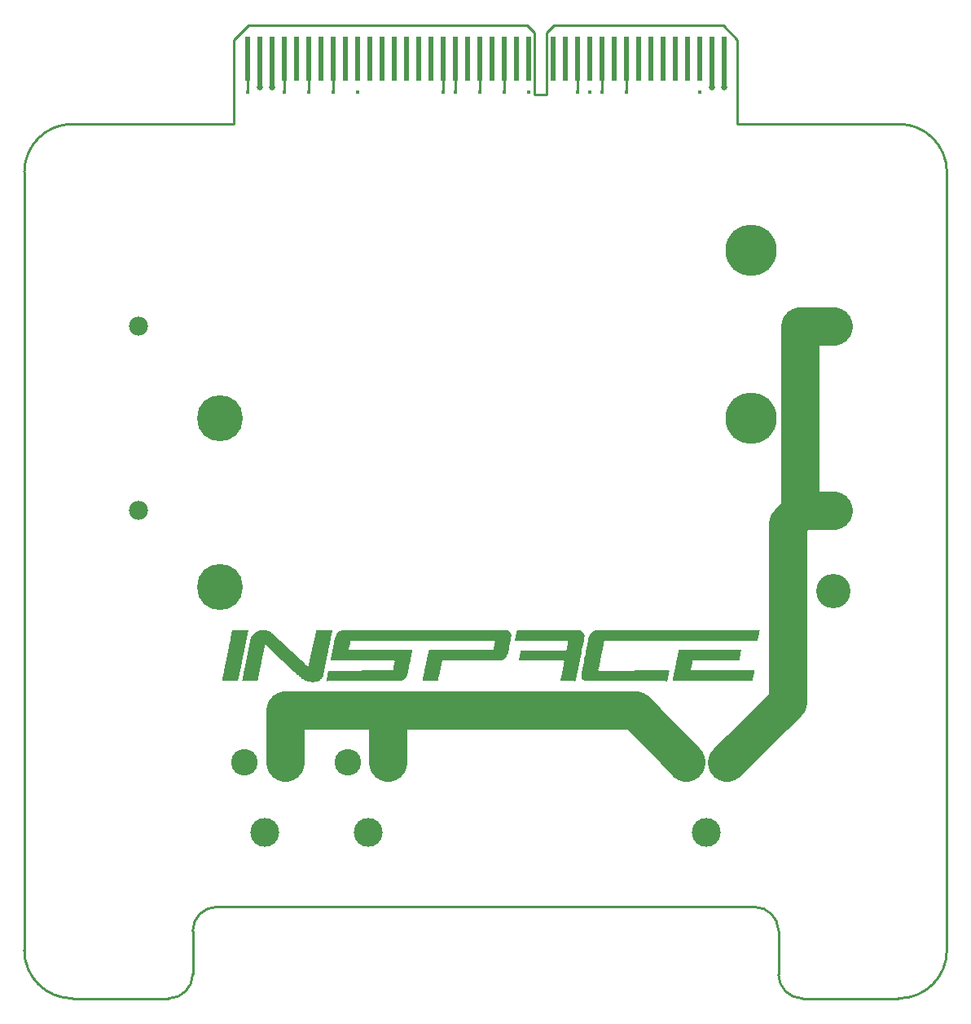
<source format=gbr>
%TF.GenerationSoftware,Altium Limited,Altium Designer,22.11.1 (43)*%
G04 Layer_Physical_Order=1*
G04 Layer_Color=255*
%FSLAX45Y45*%
%MOMM*%
%TF.SameCoordinates,CC3570FD-A2D7-4FBA-AFAC-830B96578B4B*%
%TF.FilePolarity,Positive*%
%TF.FileFunction,Copper,L1,Top,Signal*%
%TF.Part,Single*%
G01*
G75*
%TA.AperFunction,SMDPad,CuDef*%
%ADD10R,0.53000X4.57200*%
%TA.AperFunction,Conductor*%
%ADD11C,4.00000*%
%ADD12C,0.29300*%
%ADD13C,0.50000*%
%TA.AperFunction,NonConductor*%
%ADD14C,0.25400*%
%TA.AperFunction,ComponentPad*%
%ADD15C,3.00000*%
%ADD16R,2.75000X2.75000*%
%ADD17C,2.75000*%
%ADD18C,1.98000*%
%ADD19C,3.57000*%
%ADD20C,5.32500*%
%ADD21C,4.77000*%
%TA.AperFunction,ViaPad*%
%ADD22C,0.44400*%
%ADD23C,0.63500*%
G36*
X3200464Y3824363D02*
X3198838Y3806479D01*
X3195586Y3798349D01*
X3192334Y3778838D01*
X3189896Y3766644D01*
X3188270Y3760140D01*
X3185831Y3751198D01*
X3183392Y3732500D01*
X3181766Y3725996D01*
X3179327Y3717054D01*
X3177701Y3710550D01*
X3175263Y3691853D01*
X3172824Y3682910D01*
X3169572Y3669903D01*
X3167946Y3653644D01*
X3166320Y3648766D01*
X3163068Y3637385D01*
X3161442Y3626004D01*
X3159004Y3612184D01*
X3156565Y3603241D01*
X3154939Y3596738D01*
X3153313Y3585356D01*
X3150874Y3571536D01*
X3146809Y3557716D01*
X3144370Y3539018D01*
X3142745Y3532514D01*
X3140306Y3523572D01*
X3138680Y3517068D01*
X3136241Y3498370D01*
X3134615Y3491867D01*
X3132176Y3482924D01*
X3130550Y3476421D01*
X3128924Y3460162D01*
X3127299Y3455284D01*
X3124047Y3443903D01*
X3122421Y3432522D01*
X3119982Y3418702D01*
X3117543Y3409759D01*
X3115917Y3403256D01*
X3114291Y3391874D01*
X3111853Y3378054D01*
X3109414Y3369112D01*
X3107788Y3362608D01*
X3105349Y3348788D01*
X3099658Y3338219D01*
X3094780Y3330090D01*
X3091529Y3326838D01*
X3089903Y3323586D01*
X3079334Y3313018D01*
X3076083Y3311392D01*
X3074457Y3308140D01*
X3063075Y3301637D01*
X3041939Y3291881D01*
X3035435Y3290256D01*
X3019989Y3287817D01*
X2998039Y3285378D01*
X2970399Y3287004D01*
X2965522Y3288630D01*
X2949263Y3290256D01*
X2938694Y3294320D01*
X2931378Y3296759D01*
X2920809Y3300824D01*
X2913493Y3304888D01*
X2902112Y3311392D01*
X2890730Y3319522D01*
X2881788Y3326838D01*
X2879349Y3329277D01*
X2876097Y3330903D01*
X2869593Y3337407D01*
X2866342Y3339032D01*
X2853334Y3352040D01*
X2850083Y3353666D01*
X2843579Y3360169D01*
X2840327Y3361795D01*
X2832198Y3369924D01*
X2828946Y3371551D01*
X2822442Y3378054D01*
X2819191Y3379680D01*
X2817565Y3382932D01*
X2814313Y3384558D01*
X2807809Y3391061D01*
X2804558Y3392687D01*
X2798054Y3399191D01*
X2794802Y3400817D01*
X2783421Y3412198D01*
X2780169Y3413824D01*
X2770414Y3423579D01*
X2767162Y3425205D01*
X2752529Y3439838D01*
X2749277Y3441464D01*
X2746025Y3446342D01*
X2742773Y3447968D01*
X2720011Y3470730D01*
X2717572Y3471543D01*
X2715946Y3474795D01*
X2713507Y3477234D01*
X2710255Y3478860D01*
X2707817Y3481299D01*
X2707003Y3483738D01*
X2703752Y3485363D01*
X2680989Y3508126D01*
X2677737Y3509752D01*
X2650097Y3537392D01*
X2646845Y3539018D01*
X2635464Y3550399D01*
X2633025Y3551212D01*
X2631399Y3554464D01*
X2625708Y3558529D01*
X2611076Y3573162D01*
X2608637Y3573975D01*
X2607011Y3577227D01*
X2596442Y3587795D01*
X2594003Y3588608D01*
X2592378Y3591860D01*
X2588313Y3595924D01*
X2585874Y3596738D01*
X2584248Y3599989D01*
X2581809Y3602428D01*
X2578557Y3604054D01*
X2576119Y3606493D01*
X2574493Y3609745D01*
X2569615Y3612997D01*
X2567989Y3616248D01*
X2565550Y3618687D01*
X2562298Y3620313D01*
X2557421Y3626817D01*
X2554169Y3628443D01*
X2550917Y3633320D01*
X2547665Y3634946D01*
X2545227Y3637385D01*
X2543601Y3640637D01*
X2537910Y3644702D01*
X2534658Y3649579D01*
X2531406Y3651205D01*
X2528968Y3653644D01*
X2527342Y3656896D01*
X2522464Y3660148D01*
X2520838Y3663399D01*
X2515147Y3667464D01*
X2511896Y3672342D01*
X2508644Y3673968D01*
X2505392Y3677219D01*
X2499701Y3676406D01*
X2497262Y3656083D01*
X2495637Y3647953D01*
X2493198Y3639011D01*
X2491572Y3632507D01*
X2487507Y3607306D01*
X2485068Y3598363D01*
X2483442Y3591860D01*
X2479378Y3568284D01*
X2476939Y3559342D01*
X2475313Y3552838D01*
X2472874Y3534140D01*
X2471248Y3527637D01*
X2468809Y3518694D01*
X2467184Y3512191D01*
X2464745Y3493493D01*
X2460680Y3479673D01*
X2459054Y3468292D01*
X2457428Y3455284D01*
X2455802Y3450407D01*
X2452550Y3439025D01*
X2450924Y3422766D01*
X2449299Y3416263D01*
X2446047Y3404881D01*
X2444421Y3398378D01*
X2440356Y3374802D01*
X2437104Y3361795D01*
X2433852Y3340658D01*
X2432227Y3334155D01*
X2429788Y3325212D01*
X2428162Y3313831D01*
X2425723Y3300011D01*
X2420845Y3295133D01*
X2268824Y3294320D01*
X2265572Y3295946D01*
X2263946Y3302450D01*
X2266385Y3313018D01*
X2268011Y3319522D01*
X2270450Y3328464D01*
X2272075Y3344723D01*
X2275327Y3357730D01*
X2278579Y3369112D01*
X2281018Y3387809D01*
X2285896Y3407320D01*
X2289960Y3434148D01*
X2293212Y3442277D01*
X2294838Y3458536D01*
X2296464Y3465040D01*
X2298090Y3474795D01*
X2301342Y3482924D01*
X2302968Y3499184D01*
X2307032Y3516255D01*
X2308658Y3522759D01*
X2310284Y3530889D01*
X2311910Y3543896D01*
X2313536Y3552025D01*
X2315975Y3560968D01*
X2317601Y3567471D01*
X2319227Y3583730D01*
X2320852Y3590234D01*
X2324104Y3601615D01*
X2325730Y3608119D01*
X2328169Y3626817D01*
X2329795Y3633320D01*
X2332234Y3642263D01*
X2333860Y3648766D01*
X2336299Y3667464D01*
X2338737Y3676406D01*
X2340363Y3682910D01*
X2341989Y3694291D01*
X2344428Y3708111D01*
X2346867Y3717054D01*
X2348493Y3723558D01*
X2351745Y3738191D01*
X2358248Y3752824D01*
X2359874Y3756076D01*
X2363126Y3759328D01*
X2369629Y3770709D01*
X2372881Y3773960D01*
X2376946Y3781277D01*
X2380198Y3782903D01*
X2384262Y3788594D01*
X2394018Y3796723D01*
X2406212Y3805665D01*
X2411090Y3807291D01*
X2414342Y3810543D01*
X2422471Y3813795D01*
X2428975Y3815421D01*
X2432227Y3818673D01*
X2438730Y3820299D01*
X2457428Y3824363D01*
X2466370Y3826802D01*
X2489946Y3827615D01*
X2506205Y3825989D01*
X2515147Y3823550D01*
X2534658Y3818673D01*
X2542788Y3813795D01*
X2549291Y3812169D01*
X2554169Y3807291D01*
X2562298Y3802414D01*
X2567176Y3797536D01*
X2570428Y3795910D01*
X2576932Y3789406D01*
X2580183Y3787781D01*
X2594817Y3773148D01*
X2598068Y3771522D01*
X2619205Y3750385D01*
X2622457Y3748759D01*
X2625708Y3743881D01*
X2628960Y3742255D01*
X2643593Y3727622D01*
X2646845Y3725996D01*
X2661478Y3711363D01*
X2664730Y3709738D01*
X2672860Y3701608D01*
X2675298Y3700795D01*
X2676924Y3697543D01*
X2682615Y3693479D01*
X2697248Y3678845D01*
X2699687Y3678033D01*
X2701313Y3674781D01*
X2707003Y3670716D01*
X2721637Y3656083D01*
X2724888Y3654457D01*
X2728140Y3649579D01*
X2731392Y3647953D01*
X2746025Y3633320D01*
X2749277Y3631694D01*
X2757406Y3623565D01*
X2760658Y3621939D01*
X2780169Y3602428D01*
X2783421Y3600802D01*
X2798054Y3586169D01*
X2801306Y3584543D01*
X2804558Y3579665D01*
X2806183D01*
X2806996Y3578853D01*
X2828946Y3556903D01*
X2832198Y3555277D01*
X2846831Y3540644D01*
X2850083Y3539018D01*
X2864716Y3524385D01*
X2867968Y3522759D01*
X2882601Y3508126D01*
X2885852Y3506500D01*
X2906989Y3485363D01*
X2910241Y3483738D01*
X2912680Y3481299D01*
X2913493Y3478860D01*
X2916744Y3477234D01*
X2931378Y3462601D01*
X2934629Y3460975D01*
X2943572Y3452032D01*
X2944385Y3449594D01*
X2950888Y3451219D01*
X2953327Y3460162D01*
X2956579Y3471543D01*
X2958205Y3478047D01*
X2960644Y3493493D01*
X2962270Y3499997D01*
X2964709Y3507313D01*
X2966334Y3518694D01*
X2970399Y3535766D01*
X2972838Y3544709D01*
X2974464Y3556090D01*
X2976090Y3565845D01*
X2979342Y3573975D01*
X2980968Y3585356D01*
X2982593Y3591860D01*
X2985032Y3604054D01*
X2987471Y3612997D01*
X2989097Y3619500D01*
X2991536Y3634946D01*
X2993162Y3641450D01*
X2995601Y3650392D01*
X2997227Y3656896D01*
X2999665Y3672342D01*
X3003730Y3686162D01*
X3005356Y3697543D01*
X3008608Y3712176D01*
X3010234Y3717054D01*
X3011860Y3723558D01*
X3013485Y3734939D01*
X3015924Y3745507D01*
X3019989Y3759328D01*
X3023241Y3780464D01*
X3024867Y3785342D01*
X3028119Y3796723D01*
X3030558Y3813795D01*
X3033809Y3821925D01*
X3038687Y3826802D01*
X3195586Y3827615D01*
X3200464Y3824363D01*
D02*
G37*
G36*
X4256486Y3826802D02*
X5012529Y3825176D01*
X5020658Y3821925D01*
X5031226Y3819486D01*
X5035291Y3815421D01*
X5038543Y3813795D01*
X5044234Y3809730D01*
X5045860Y3806479D01*
X5049111Y3804853D01*
X5055615Y3793471D01*
X5057241Y3788594D01*
X5060493Y3769083D01*
X5058867Y3739816D01*
X5057241Y3734939D01*
X5054802Y3719493D01*
X5052363Y3710550D01*
X5050737Y3704047D01*
X5048299Y3685349D01*
X5045860Y3676406D01*
X5042608Y3663399D01*
X5040169Y3644702D01*
X5037730Y3635759D01*
X5036104Y3629255D01*
X5034478Y3617874D01*
X5032039Y3604054D01*
X5029601Y3595112D01*
X5026349Y3582104D01*
X5024723Y3573975D01*
X5013342Y3552838D01*
X5005212Y3541457D01*
X4994644Y3530889D01*
X4991392Y3529263D01*
X4986514Y3524385D01*
X4981636Y3522759D01*
X4971881Y3516255D01*
X4962939Y3513817D01*
X4960500Y3511378D01*
X4953996Y3509752D01*
X4942615Y3508126D01*
X4342658Y3506500D01*
X4340219Y3504061D01*
X4337781Y3485363D01*
X4333716Y3471543D01*
X4332090Y3460162D01*
X4329651Y3446342D01*
X4327212Y3437399D01*
X4325586Y3430896D01*
X4323960Y3419514D01*
X4321521Y3407320D01*
X4319083Y3398378D01*
X4317457Y3391874D01*
X4315831Y3375615D01*
X4312579Y3364234D01*
X4309327Y3351227D01*
X4305262Y3327651D01*
X4302824Y3318709D01*
X4301198Y3312205D01*
X4299572Y3299198D01*
X4295507Y3295133D01*
X4143485Y3294320D01*
X4138608Y3297572D01*
X4140234Y3312205D01*
X4141860Y3317083D01*
X4143485Y3323586D01*
X4145111Y3334968D01*
X4147550Y3347162D01*
X4149176Y3353666D01*
X4151615Y3362608D01*
X4154054Y3381306D01*
X4155680Y3387809D01*
X4158119Y3396752D01*
X4159745Y3403256D01*
X4162183Y3421953D01*
X4163809Y3428457D01*
X4166248Y3437399D01*
X4167874Y3443903D01*
X4170313Y3462601D01*
X4172752Y3471543D01*
X4174378Y3478047D01*
X4176004Y3489428D01*
X4178442Y3501622D01*
X4180068Y3508126D01*
X4182507Y3517068D01*
X4184133Y3533327D01*
X4185759Y3539831D01*
X4189011Y3551212D01*
X4190637Y3557716D01*
X4194701Y3581292D01*
X4197140Y3590234D01*
X4198766Y3596738D01*
X4201205Y3615435D01*
X4209334Y3618687D01*
X4871075Y3620313D01*
X4873514Y3622752D01*
X4876766Y3635759D01*
X4878392Y3647140D01*
X4882457Y3664212D01*
X4884083Y3670716D01*
X4885709Y3678845D01*
X4887334Y3691853D01*
X4888960Y3698356D01*
X4891399Y3705673D01*
X4889773Y3715428D01*
X4230471Y3716241D01*
X4225594Y3714615D01*
X4219090Y3716241D01*
X4020730D01*
X3391507Y3714615D01*
X3389068Y3712176D01*
X3387442Y3700795D01*
X3383378Y3683723D01*
X3380939Y3674781D01*
X3378500Y3657709D01*
X3376874Y3651205D01*
X3374435Y3642263D01*
X3372809Y3635759D01*
X3371996Y3621939D01*
X3375248Y3618687D01*
X4032111Y3617061D01*
X4032924Y3608119D01*
X4029673Y3599989D01*
X4028047Y3593486D01*
X4025608Y3574788D01*
X4023169Y3565845D01*
X4019917Y3552838D01*
X4018291Y3536579D01*
X4016665Y3531702D01*
X4013414Y3520320D01*
X4011788Y3504061D01*
X4010162Y3497558D01*
X4006910Y3486176D01*
X4005284Y3479673D01*
X4001219Y3454471D01*
X3998780Y3445529D01*
X3997155Y3439025D01*
X3994716Y3421953D01*
X3989838Y3402443D01*
X3986586Y3381306D01*
X3980896Y3362608D01*
X3978457Y3353666D01*
X3974392Y3346349D01*
X3971140Y3338219D01*
X3966263Y3333342D01*
X3961385Y3325212D01*
X3949190Y3313018D01*
X3945939Y3311392D01*
X3941061Y3306514D01*
X3932119Y3304076D01*
X3924802Y3300011D01*
X3918298Y3298385D01*
X3902852Y3295946D01*
X3148435Y3294320D01*
X3142745Y3293507D01*
X3138680Y3297572D01*
X3140306Y3313831D01*
X3143558Y3321961D01*
X3146809Y3344723D01*
X3149248Y3353666D01*
X3152500Y3366673D01*
X3155752Y3387809D01*
X3160629Y3400817D01*
X3163881Y3404068D01*
X3170385Y3405694D01*
X3175263Y3404068D01*
X3828874Y3405694D01*
X3831313Y3408133D01*
X3832939Y3419514D01*
X3835378Y3431709D01*
X3837817Y3440651D01*
X3839442Y3447155D01*
X3841881Y3465853D01*
X3844320Y3474795D01*
X3847572Y3487802D01*
X3849198Y3505687D01*
X3846759Y3508126D01*
X3183392Y3509752D01*
X3182579Y3518694D01*
X3184205Y3523572D01*
X3186644Y3540644D01*
X3188270Y3547148D01*
X3190709Y3556090D01*
X3192334Y3567471D01*
X3194773Y3581292D01*
X3196399Y3587795D01*
X3198838Y3596738D01*
X3200464Y3608119D01*
X3202903Y3621939D01*
X3205342Y3630881D01*
X3206968Y3637385D01*
X3208594Y3648766D01*
X3210219Y3661773D01*
X3213471Y3669903D01*
X3215097Y3681284D01*
X3216723Y3687788D01*
X3218349Y3702421D01*
X3221601Y3710550D01*
X3224853Y3733313D01*
X3227291Y3742255D01*
X3231356Y3756076D01*
X3233795Y3765018D01*
X3236234Y3767457D01*
X3239486Y3775586D01*
X3241111Y3778838D01*
X3245989Y3783716D01*
X3247615Y3786968D01*
X3254932Y3795910D01*
X3264687Y3805665D01*
X3267939Y3807291D01*
X3272816Y3812169D01*
X3280946Y3815421D01*
X3284198Y3818673D01*
X3297205Y3821925D01*
X3306147Y3824363D01*
X3315903Y3825989D01*
X4241040Y3827615D01*
X4251608Y3828428D01*
X4256486Y3826802D01*
D02*
G37*
G36*
X2325730Y3825989D02*
X2327356Y3819486D01*
X2325730Y3812982D01*
X2324104Y3799975D01*
X2320852Y3791845D01*
X2317601Y3769083D01*
X2315975Y3762579D01*
X2312723Y3751198D01*
X2311097Y3739816D01*
X2308658Y3725996D01*
X2307032Y3719493D01*
X2304594Y3710550D01*
X2302968Y3699169D01*
X2300529Y3685349D01*
X2298090Y3676406D01*
X2296464Y3669903D01*
X2294838Y3658522D01*
X2292399Y3646327D01*
X2290773Y3639824D01*
X2288335Y3630881D01*
X2285896Y3612184D01*
X2284270Y3605680D01*
X2281831Y3596738D01*
X2280205Y3590234D01*
X2277766Y3571536D01*
X2273701Y3557716D01*
X2272075Y3546335D01*
X2269637Y3532514D01*
X2268011Y3526011D01*
X2265572Y3517068D01*
X2263946Y3505687D01*
X2261507Y3491867D01*
X2259068Y3482924D01*
X2257443Y3476421D01*
X2255816Y3465040D01*
X2253378Y3452845D01*
X2251752Y3446342D01*
X2249313Y3437399D01*
X2246874Y3418702D01*
X2245248Y3412198D01*
X2242809Y3403256D01*
X2241183Y3396752D01*
X2238745Y3378054D01*
X2236306Y3369112D01*
X2233054Y3356104D01*
X2231428Y3339845D01*
X2229802Y3334968D01*
X2226550Y3323586D01*
X2223299Y3300824D01*
X2217608Y3295133D01*
X2059083Y3294320D01*
X2055831Y3295946D01*
X2054205Y3302450D01*
X2055831Y3308953D01*
X2057457Y3313831D01*
X2060709Y3326838D01*
X2062334Y3343097D01*
X2063960Y3347975D01*
X2067212Y3359356D01*
X2068838Y3370737D01*
X2071277Y3384558D01*
X2072090Y3385371D01*
X2073716Y3395126D01*
X2075342Y3400004D01*
X2079407Y3425205D01*
X2081845Y3434148D01*
X2083471Y3440651D01*
X2087536Y3464227D01*
X2089975Y3473169D01*
X2091601Y3479673D01*
X2094039Y3498370D01*
X2095665Y3504874D01*
X2098104Y3513817D01*
X2099730Y3520320D01*
X2102169Y3539018D01*
X2106234Y3552838D01*
X2107860Y3564219D01*
X2110299Y3578040D01*
X2111924Y3584543D01*
X2114363Y3593486D01*
X2118428Y3618687D01*
X2120867Y3627630D01*
X2122493Y3634133D01*
X2126558Y3657709D01*
X2129809Y3670716D01*
X2133061Y3691853D01*
X2134687Y3698356D01*
X2137126Y3707299D01*
X2138752Y3713802D01*
X2141191Y3732500D01*
X2145255Y3746320D01*
X2146881Y3757701D01*
X2148507Y3770709D01*
X2150133Y3775586D01*
X2153385Y3786968D01*
X2155011Y3798349D01*
X2157450Y3812169D01*
X2162327Y3825176D01*
X2167205Y3826802D01*
X2325730Y3825989D01*
D02*
G37*
G36*
X5755565Y3825176D02*
X5763694Y3821925D01*
X5776701Y3820299D01*
X5797838Y3808917D01*
X5801090Y3805665D01*
X5804342Y3804040D01*
X5814910Y3793471D01*
X5816536Y3786968D01*
X5819788Y3783716D01*
X5821414Y3777212D01*
X5823039Y3765831D01*
X5821414Y3739816D01*
X5818162Y3731687D01*
X5815723Y3721119D01*
X5814097Y3708111D01*
X5812471Y3698356D01*
X5808406Y3684536D01*
X5806780Y3673155D01*
X5804342Y3659335D01*
X5801903Y3650392D01*
X5800277Y3643889D01*
X5796212Y3620313D01*
X5792960Y3607306D01*
X5791334Y3597550D01*
X5788083Y3579665D01*
X5785644Y3570723D01*
X5784018Y3564219D01*
X5781579Y3545522D01*
X5779140Y3536579D01*
X5775888Y3523572D01*
X5773449Y3504874D01*
X5769385Y3491054D01*
X5767759Y3474795D01*
X5766133Y3468292D01*
X5762881Y3456910D01*
X5761255Y3450407D01*
X5759629Y3434148D01*
X5758003Y3427644D01*
X5754752Y3416263D01*
X5753126Y3409759D01*
X5750687Y3392687D01*
X5749061Y3386183D01*
X5746622Y3377241D01*
X5744996Y3370737D01*
X5742557Y3352040D01*
X5740932Y3345536D01*
X5738493Y3336594D01*
X5736867Y3330090D01*
X5734428Y3311392D01*
X5729550Y3298385D01*
X5726298Y3295133D01*
X5719795Y3293507D01*
X5714917Y3295133D01*
X5577529Y3294320D01*
X5572651Y3297572D01*
X5574277Y3320334D01*
X5577529Y3328464D01*
X5579154Y3334968D01*
X5580781Y3346349D01*
X5583219Y3360169D01*
X5585658Y3369112D01*
X5587284Y3375615D01*
X5591349Y3399191D01*
X5593788Y3408133D01*
X5595413Y3414637D01*
X5597852Y3431709D01*
X5602730Y3451219D01*
X5605982Y3472356D01*
X5607608Y3478860D01*
X5610047Y3487802D01*
X5611673Y3499184D01*
X5613298Y3504061D01*
X5609234Y3508126D01*
X5140975Y3509752D01*
X5138536Y3513817D01*
X5141788Y3521946D01*
X5143414Y3528450D01*
X5145852Y3547148D01*
X5149917Y3560968D01*
X5151543Y3572349D01*
X5153982Y3586169D01*
X5156421Y3595112D01*
X5159672Y3608119D01*
X5163737Y3612184D01*
X5179996Y3610558D01*
X5621428Y3611370D01*
X5630371Y3610558D01*
X5634435Y3612997D01*
X5638500Y3631694D01*
X5641752Y3644702D01*
X5643378Y3657709D01*
X5645003Y3667464D01*
X5646629Y3673968D01*
X5649068Y3682910D01*
X5650694Y3694291D01*
X5652320Y3707299D01*
X5649881Y3711363D01*
X5638500Y3714615D01*
X5100327Y3716241D01*
X5097888Y3718680D01*
X5099514Y3733313D01*
X5101140Y3738191D01*
X5104392Y3751198D01*
X5106831Y3769896D01*
X5109270Y3778838D01*
X5110896Y3785342D01*
X5112521Y3796723D01*
X5114960Y3810543D01*
X5119838Y3823550D01*
X5121464Y3826802D01*
X5544198D01*
X5755565Y3825176D01*
D02*
G37*
G36*
X7448126Y3617061D02*
X7448939Y3609745D01*
X7447313Y3604867D01*
X7445687Y3598363D01*
X7444061Y3580478D01*
X7440809Y3572349D01*
X7439183Y3560968D01*
X7437557Y3554464D01*
X7435932Y3539831D01*
X7432680Y3531702D01*
X7431054Y3520320D01*
X7429428Y3510565D01*
X7422111Y3508126D01*
X6947349Y3506500D01*
X6944910Y3497558D01*
X6942471Y3486989D01*
X6940032Y3478047D01*
X6938406Y3466666D01*
X6935968Y3454471D01*
X6934341Y3447968D01*
X6931903Y3439025D01*
X6928651Y3416263D01*
X6932716Y3412198D01*
X7586327Y3410572D01*
X7588766Y3408133D01*
X7586327Y3392687D01*
X7584701Y3379680D01*
X7583075Y3373176D01*
X7580637Y3364234D01*
X7579011Y3357730D01*
X7576572Y3339032D01*
X7574133Y3330090D01*
X7570881Y3317083D01*
X7569255Y3300824D01*
X7563565Y3295133D01*
X7394471D01*
X6741673Y3294320D01*
X6736795Y3297572D01*
X6738421Y3310579D01*
X6740047Y3315457D01*
X6741673Y3321961D01*
X6743298Y3333342D01*
X6745737Y3347162D01*
X6748176Y3356104D01*
X6749802Y3362608D01*
X6751428Y3373989D01*
X6753867Y3387809D01*
X6756306Y3396752D01*
X6757932Y3403256D01*
X6761996Y3426831D01*
X6764435Y3435773D01*
X6766061Y3442277D01*
X6768500Y3460975D01*
X6770126Y3467478D01*
X6772565Y3476421D01*
X6774190Y3482924D01*
X6776629Y3501622D01*
X6780694Y3515443D01*
X6782320Y3526824D01*
X6784759Y3540644D01*
X6786385Y3547148D01*
X6788824Y3556090D01*
X6792888Y3581292D01*
X6795327Y3590234D01*
X6796953Y3596738D01*
X6800205Y3616248D01*
X6807522Y3618687D01*
X7448126Y3617061D01*
D02*
G37*
G36*
X7644047Y3822738D02*
X7640795Y3803227D01*
X7638356Y3792658D01*
X7634291Y3778838D01*
X7632665Y3767457D01*
X7630227Y3756889D01*
X7626162Y3743068D01*
X7622910Y3721932D01*
X7617219Y3716241D01*
X7610716Y3714615D01*
X6028716Y3712989D01*
X6026277Y3710550D01*
X6024651Y3704047D01*
X6023025Y3691040D01*
X6019773Y3682910D01*
X6018960Y3678845D01*
X6018147Y3678033D01*
X6016521Y3656896D01*
X6014896Y3652018D01*
X6011644Y3640637D01*
X6008392Y3617874D01*
X6003514Y3601615D01*
X6001888Y3590234D01*
X5999450Y3576414D01*
X5997011Y3567471D01*
X5995385Y3560968D01*
X5993759Y3544709D01*
X5990507Y3533327D01*
X5987255Y3520320D01*
X5983190Y3496745D01*
X5980752Y3487802D01*
X5979126Y3481299D01*
X5976687Y3462601D01*
X5974248Y3453658D01*
X5970996Y3440651D01*
X5968558Y3421953D01*
X5964493Y3411385D01*
X5966931Y3405694D01*
X5978313Y3404068D01*
X6699399Y3404881D01*
X6702651Y3401629D01*
X6701025Y3385371D01*
X6697773Y3377241D01*
X6695334Y3356917D01*
X6692895Y3347975D01*
X6689644Y3334968D01*
X6685579Y3311392D01*
X6680701Y3298385D01*
X6679075Y3295133D01*
X6672572Y3293507D01*
X6666068Y3295133D01*
X5827104Y3296759D01*
X5805968Y3308140D01*
X5793773Y3320334D01*
X5790522Y3328464D01*
X5788895Y3344723D01*
X5790522Y3378867D01*
X5792147Y3383745D01*
X5793773Y3396752D01*
X5797025Y3404881D01*
X5798651Y3416263D01*
X5801090Y3431709D01*
X5803529Y3440651D01*
X5806780Y3453658D01*
X5808406Y3469917D01*
X5810032Y3474795D01*
X5813284Y3486176D01*
X5814910Y3497558D01*
X5817349Y3511378D01*
X5819788Y3520320D01*
X5821414Y3526824D01*
X5825478Y3550399D01*
X5828730Y3563407D01*
X5830356Y3573162D01*
X5833608Y3591047D01*
X5836047Y3599989D01*
X5837673Y3606493D01*
X5840112Y3625191D01*
X5841737Y3631694D01*
X5844176Y3640637D01*
X5845802Y3647140D01*
X5847428Y3665025D01*
X5850680Y3673155D01*
X5852306Y3679658D01*
X5853932Y3695917D01*
X5857183Y3708925D01*
X5860435Y3720306D01*
X5862061Y3736565D01*
X5867752Y3752011D01*
X5869378Y3760140D01*
X5872629Y3768270D01*
X5875068Y3770709D01*
X5878320Y3778838D01*
X5881572Y3782090D01*
X5883198Y3785342D01*
X5890514Y3794284D01*
X5901895Y3805665D01*
X5905147Y3807291D01*
X5910025Y3812169D01*
X5918155Y3815421D01*
X5921406Y3818673D01*
X5934414Y3821925D01*
X5943356Y3824363D01*
X5953111Y3825989D01*
X7639982Y3826802D01*
X7644047Y3822738D01*
D02*
G37*
D10*
X2317650Y9760000D02*
D03*
X2444650D02*
D03*
X2571650D02*
D03*
X2698650D02*
D03*
X2825650D02*
D03*
X2952650D02*
D03*
X3079650D02*
D03*
X3206650D02*
D03*
X3333650D02*
D03*
X3460650D02*
D03*
X3587650D02*
D03*
X3714650D02*
D03*
X3841650D02*
D03*
X3968650D02*
D03*
X4095650D02*
D03*
X4222650D02*
D03*
X4349650D02*
D03*
X4476650D02*
D03*
X4603650D02*
D03*
X4730650D02*
D03*
X4857650D02*
D03*
X4984650D02*
D03*
X5111650D02*
D03*
X5238650D02*
D03*
X5492650D02*
D03*
X5619650D02*
D03*
X5746650D02*
D03*
X5873650D02*
D03*
X6000650D02*
D03*
X6127650D02*
D03*
X6254650D02*
D03*
X6381650D02*
D03*
X6508650D02*
D03*
X6635650D02*
D03*
X6762650D02*
D03*
X6889650D02*
D03*
X7016650D02*
D03*
X7143650D02*
D03*
X7270650D02*
D03*
D11*
X7930000Y4936000D02*
X8060000Y5066000D01*
X7298500Y2450000D02*
X7930000Y3081500D01*
Y4936000D01*
X8060000Y5066000D02*
Y6979000D01*
X8405250D01*
X8060000Y5066000D02*
X8405250D01*
X2710000Y2450000D02*
Y2990000D01*
X3780000D01*
X6348500D02*
X6878500Y2460000D01*
Y2450000D02*
Y2460000D01*
X3780000Y2450000D02*
Y2990000D01*
X6348500D01*
D12*
X6254675Y9410025D02*
Y9759975D01*
Y9410025D02*
X6254700Y9410000D01*
X6254650Y9760000D02*
X6254675Y9759975D01*
X6000675Y9410025D02*
X6000700Y9410000D01*
X6000650Y9760000D02*
X6000675Y9759975D01*
Y9410025D02*
Y9759975D01*
X5746675Y9410025D02*
X5746700Y9410000D01*
X5746650Y9760000D02*
X5746675Y9759975D01*
Y9410025D02*
Y9759975D01*
X4984675Y9410025D02*
Y9759975D01*
Y9410025D02*
X4984700Y9410000D01*
X4984650Y9760000D02*
X4984675Y9759975D01*
X4730675Y9410025D02*
Y9759975D01*
Y9410025D02*
X4730700Y9410000D01*
X4730650Y9760000D02*
X4730675Y9759975D01*
X4476675Y9410025D02*
Y9759975D01*
X4476650Y9760000D02*
X4476675Y9759975D01*
Y9410025D02*
X4476700Y9410000D01*
X4349650Y9760000D02*
X4349675Y9759975D01*
Y9410025D02*
Y9759975D01*
Y9410025D02*
X4349700Y9410000D01*
X3206675Y9410025D02*
Y9759975D01*
X3206650Y9760000D02*
X3206675Y9759975D01*
Y9410025D02*
X3206700Y9410000D01*
X2952675Y9410025D02*
X2952700Y9410000D01*
X2952650Y9760000D02*
X2952675Y9759975D01*
Y9410025D02*
Y9759975D01*
X2698675Y9410025D02*
Y9759975D01*
Y9410025D02*
X2698700Y9410000D01*
X2698650Y9760000D02*
X2698675Y9759975D01*
X2317650Y9760000D02*
X2317675Y9759975D01*
Y9410025D02*
Y9759975D01*
Y9410025D02*
X2317700Y9410000D01*
D13*
X2444675Y9460025D02*
X2444700Y9460000D01*
X2444675Y9460025D02*
Y9759975D01*
X2571675Y9460025D02*
Y9759975D01*
X2571650Y9760000D02*
X2571675Y9759975D01*
Y9460025D02*
X2571700Y9460000D01*
X2444650Y9760000D02*
X2444675Y9759975D01*
X7270675Y9460025D02*
Y9759975D01*
Y9460025D02*
X7270700Y9460000D01*
X7270650Y9760000D02*
X7270675Y9759975D01*
X7143675Y9460025D02*
Y9759975D01*
Y9460025D02*
X7143700Y9460000D01*
X7143650Y9760000D02*
X7143675Y9759975D01*
D14*
X9588500Y8580500D02*
G03*
X9088500Y9080500I-500000J0D01*
G01*
X500000D02*
G03*
X0Y8580500I0J-500000D01*
G01*
X9088500Y0D02*
G03*
X9588500Y500000I0J500000D01*
G01*
X7838500Y700000D02*
G03*
X7588500Y950000I-250000J0D01*
G01*
X7838500Y250000D02*
G03*
X8088500Y0I250000J0D01*
G01*
X2000000Y950000D02*
G03*
X1750000Y700000I0J-250000D01*
G01*
X1500000Y0D02*
G03*
X1750000Y250000I-0J250000D01*
G01*
X0Y500000D02*
G03*
X500000Y0I500000J0D01*
G01*
X5228700Y10101500D02*
X5303700Y10026500D01*
X5303700D02*
X5303750Y9385500D01*
X5427700D02*
Y10026500D01*
X5502700Y10101500D01*
X5303700Y9385500D02*
X5427700D01*
X2326700Y10101500D02*
X5228700D01*
X2176700Y9951700D02*
X2326700Y10101500D01*
X7261700D02*
X7411700Y9951700D01*
X500000Y9080500D02*
X2176700D01*
X5502700Y10101500D02*
X7261700D01*
X7411700Y9080500D02*
Y9951700D01*
X2176700D02*
X2176750Y9080500D01*
X7411700D02*
X9088500D01*
X8088500Y0D02*
X9088500D01*
X2000000Y950000D02*
X7588500D01*
X7838500Y250000D02*
Y700000D01*
X1750000Y250000D02*
Y700000D01*
X9588500Y500000D02*
Y8580500D01*
X500000Y0D02*
X1500000D01*
X0Y500000D02*
Y8580500D01*
D15*
X7088500Y1720000D02*
D03*
X3570000D02*
D03*
X2500000D02*
D03*
D16*
X7298500Y2450000D02*
D03*
X3780000D02*
D03*
X2710000D02*
D03*
D17*
X6878500D02*
D03*
X3360000D02*
D03*
X2290000D02*
D03*
D18*
X8405250Y6979000D02*
D03*
Y5066000D02*
D03*
X1183250Y6979000D02*
D03*
Y5066000D02*
D03*
D19*
X8405250Y4229000D02*
D03*
D20*
X7554250Y7771000D02*
D03*
Y6024000D02*
D03*
D21*
X2034250Y4271000D02*
D03*
Y6024000D02*
D03*
D22*
X7016700Y9410000D02*
D03*
X6254700D02*
D03*
X6000700D02*
D03*
X5873700D02*
D03*
X5746700D02*
D03*
X5238700D02*
D03*
X4984700D02*
D03*
X4730700D02*
D03*
X4476700D02*
D03*
X4349700D02*
D03*
X3460700D02*
D03*
X3206700D02*
D03*
X2952700D02*
D03*
X2698700D02*
D03*
X2317700D02*
D03*
D23*
X2444700Y9460000D02*
D03*
X2571700D02*
D03*
X7270700D02*
D03*
X7143700D02*
D03*
%TF.MD5,82db6c0cba89497e7fa6f132e67b1e7d*%
M02*

</source>
